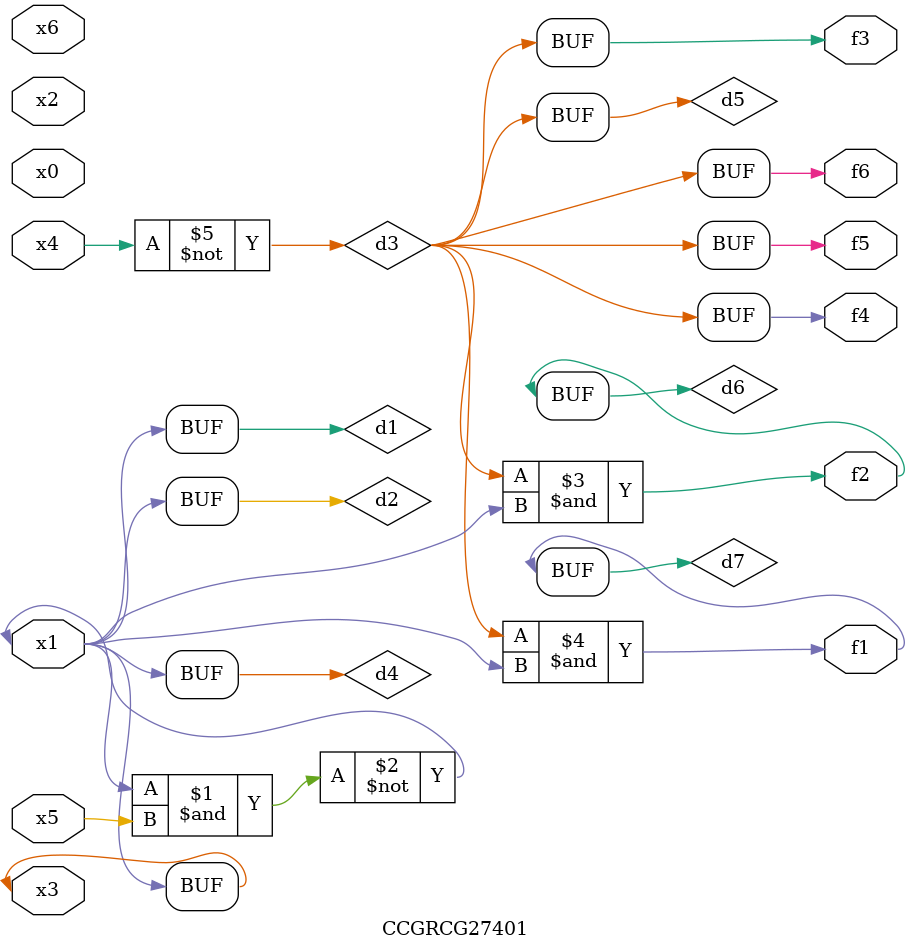
<source format=v>
module CCGRCG27401(
	input x0, x1, x2, x3, x4, x5, x6,
	output f1, f2, f3, f4, f5, f6
);

	wire d1, d2, d3, d4, d5, d6, d7;

	buf (d1, x1, x3);
	nand (d2, x1, x5);
	not (d3, x4);
	buf (d4, d1, d2);
	buf (d5, d3);
	and (d6, d3, d4);
	and (d7, d3, d4);
	assign f1 = d7;
	assign f2 = d6;
	assign f3 = d5;
	assign f4 = d5;
	assign f5 = d5;
	assign f6 = d5;
endmodule

</source>
